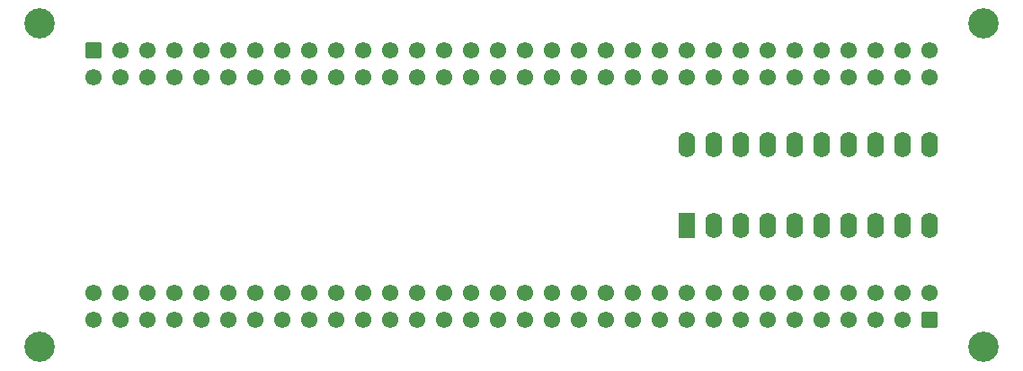
<source format=gbr>
%TF.GenerationSoftware,KiCad,Pcbnew,6.0.4-6f826c9f35~116~ubuntu21.10.1*%
%TF.CreationDate,2022-07-15T23:33:15+02:00*%
%TF.ProjectId,qlexternal512kram_MIX,716c6578-7465-4726-9e61-6c3531326b72,0.1*%
%TF.SameCoordinates,Original*%
%TF.FileFunction,Soldermask,Bot*%
%TF.FilePolarity,Negative*%
%FSLAX46Y46*%
G04 Gerber Fmt 4.6, Leading zero omitted, Abs format (unit mm)*
G04 Created by KiCad (PCBNEW 6.0.4-6f826c9f35~116~ubuntu21.10.1) date 2022-07-15 23:33:15*
%MOMM*%
%LPD*%
G01*
G04 APERTURE LIST*
G04 Aperture macros list*
%AMRoundRect*
0 Rectangle with rounded corners*
0 $1 Rounding radius*
0 $2 $3 $4 $5 $6 $7 $8 $9 X,Y pos of 4 corners*
0 Add a 4 corners polygon primitive as box body*
4,1,4,$2,$3,$4,$5,$6,$7,$8,$9,$2,$3,0*
0 Add four circle primitives for the rounded corners*
1,1,$1+$1,$2,$3*
1,1,$1+$1,$4,$5*
1,1,$1+$1,$6,$7*
1,1,$1+$1,$8,$9*
0 Add four rect primitives between the rounded corners*
20,1,$1+$1,$2,$3,$4,$5,0*
20,1,$1+$1,$4,$5,$6,$7,0*
20,1,$1+$1,$6,$7,$8,$9,0*
20,1,$1+$1,$8,$9,$2,$3,0*%
G04 Aperture macros list end*
%ADD10C,2.850000*%
%ADD11RoundRect,0.249999X0.525001X0.525001X-0.525001X0.525001X-0.525001X-0.525001X0.525001X-0.525001X0*%
%ADD12C,1.550000*%
%ADD13RoundRect,0.249999X-0.525001X-0.525001X0.525001X-0.525001X0.525001X0.525001X-0.525001X0.525001X0*%
%ADD14R,1.600000X2.400000*%
%ADD15O,1.600000X2.400000*%
G04 APERTURE END LIST*
D10*
%TO.C,J1*%
X97250000Y-55245000D03*
X186150000Y-55245000D03*
D11*
X102330000Y-57785000D03*
D12*
X104870000Y-57785000D03*
X107410000Y-57785000D03*
X109950000Y-57785000D03*
X112490000Y-57785000D03*
X115030000Y-57785000D03*
X117570000Y-57785000D03*
X120110000Y-57785000D03*
X122650000Y-57785000D03*
X125190000Y-57785000D03*
X127730000Y-57785000D03*
X130270000Y-57785000D03*
X132810000Y-57785000D03*
X135350000Y-57785000D03*
X137890000Y-57785000D03*
X140430000Y-57785000D03*
X142970000Y-57785000D03*
X145510000Y-57785000D03*
X148050000Y-57785000D03*
X150590000Y-57785000D03*
X153130000Y-57785000D03*
X155670000Y-57785000D03*
X158210000Y-57785000D03*
X160750000Y-57785000D03*
X163290000Y-57785000D03*
X165830000Y-57785000D03*
X168370000Y-57785000D03*
X170910000Y-57785000D03*
X173450000Y-57785000D03*
X175990000Y-57785000D03*
X178530000Y-57785000D03*
X181070000Y-57785000D03*
X102330000Y-60325000D03*
X104870000Y-60325000D03*
X107410000Y-60325000D03*
X109950000Y-60325000D03*
X112490000Y-60325000D03*
X115030000Y-60325000D03*
X117570000Y-60325000D03*
X120110000Y-60325000D03*
X122650000Y-60325000D03*
X125190000Y-60325000D03*
X127730000Y-60325000D03*
X130270000Y-60325000D03*
X132810000Y-60325000D03*
X135350000Y-60325000D03*
X137890000Y-60325000D03*
X140430000Y-60325000D03*
X142970000Y-60325000D03*
X145510000Y-60325000D03*
X148050000Y-60325000D03*
X150590000Y-60325000D03*
X153130000Y-60325000D03*
X155670000Y-60325000D03*
X158210000Y-60325000D03*
X160750000Y-60325000D03*
X163290000Y-60325000D03*
X165830000Y-60325000D03*
X168370000Y-60325000D03*
X170910000Y-60325000D03*
X173450000Y-60325000D03*
X175990000Y-60325000D03*
X178530000Y-60325000D03*
X181070000Y-60325000D03*
%TD*%
D10*
%TO.C,J2*%
X186150000Y-85725000D03*
X97250000Y-85725000D03*
D12*
X102330000Y-83185000D03*
X104870000Y-83185000D03*
X107410000Y-83185000D03*
X109950000Y-83185000D03*
X112490000Y-83185000D03*
X115030000Y-83185000D03*
X117570000Y-83185000D03*
X120110000Y-83185000D03*
X122650000Y-83185000D03*
X125190000Y-83185000D03*
X127730000Y-83185000D03*
X130270000Y-83185000D03*
X132810000Y-83185000D03*
X135350000Y-83185000D03*
X137890000Y-83185000D03*
X140430000Y-83185000D03*
X142970000Y-83185000D03*
X145510000Y-83185000D03*
X148050000Y-83185000D03*
X150590000Y-83185000D03*
X153130000Y-83185000D03*
X155670000Y-83185000D03*
X158210000Y-83185000D03*
X160750000Y-83185000D03*
X163290000Y-83185000D03*
X165830000Y-83185000D03*
X168370000Y-83185000D03*
X170910000Y-83185000D03*
X173450000Y-83185000D03*
X175990000Y-83185000D03*
X178530000Y-83185000D03*
D13*
X181070000Y-83185000D03*
D12*
X102330000Y-80645000D03*
X104870000Y-80645000D03*
X107410000Y-80645000D03*
X109950000Y-80645000D03*
X112490000Y-80645000D03*
X115030000Y-80645000D03*
X117570000Y-80645000D03*
X120110000Y-80645000D03*
X122650000Y-80645000D03*
X125190000Y-80645000D03*
X127730000Y-80645000D03*
X130270000Y-80645000D03*
X132810000Y-80645000D03*
X135350000Y-80645000D03*
X137890000Y-80645000D03*
X140430000Y-80645000D03*
X142970000Y-80645000D03*
X145510000Y-80645000D03*
X148050000Y-80645000D03*
X150590000Y-80645000D03*
X153130000Y-80645000D03*
X155670000Y-80645000D03*
X158210000Y-80645000D03*
X160750000Y-80645000D03*
X163290000Y-80645000D03*
X165830000Y-80645000D03*
X168370000Y-80645000D03*
X170910000Y-80645000D03*
X173450000Y-80645000D03*
X175990000Y-80645000D03*
X178530000Y-80645000D03*
X181070000Y-80645000D03*
%TD*%
D14*
%TO.C,U2*%
X158215000Y-74310000D03*
D15*
X160755000Y-74310000D03*
X163295000Y-74310000D03*
X165835000Y-74310000D03*
X168375000Y-74310000D03*
X170915000Y-74310000D03*
X173455000Y-74310000D03*
X175995000Y-74310000D03*
X178535000Y-74310000D03*
X181075000Y-74310000D03*
X181075000Y-66690000D03*
X178535000Y-66690000D03*
X175995000Y-66690000D03*
X173455000Y-66690000D03*
X170915000Y-66690000D03*
X168375000Y-66690000D03*
X165835000Y-66690000D03*
X163295000Y-66690000D03*
X160755000Y-66690000D03*
X158215000Y-66690000D03*
%TD*%
M02*

</source>
